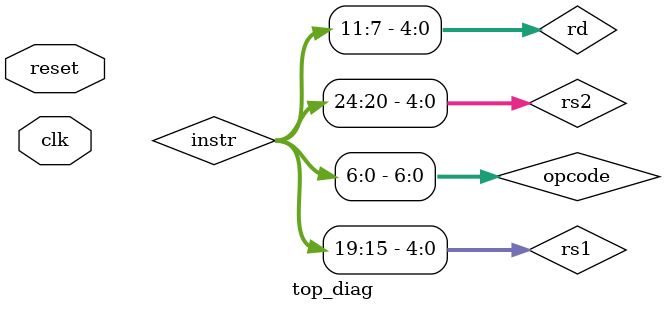
<source format=sv>
module top_diag(
    input logic clk,
    input logic reset
);
    logic Pc_src;
    logic mem_write;
    logic [31:0] pc_next;
    logic [31:0] instr;
    logic [31:0] mem_data;
    logic [31:0] alu_result;
    logic [31:0] reg_data_2;

    logic [31:0] pc;
    always_ff @(posedge clk or posedge reset) begin
        if (reset) begin
            pc <= 0;

        end else 
            if (Pc_src)
                pc <= alu_result;
            else 
                pc <= pc + 4;
            
    end

    i_rom instruction_rom (
        .address(pc[9:2]),  // bits [9:2] para direccionar 256 palabras
        .data(instr)
    );

    assign pc_next = pc;


    logic flags;
    logic alu_result_src;
    

    logic [31:0] imm_ext;

    logic [6:0] opcode;
    assign opcode = instr[6:0];
    
    logic [11:7] rd;
    assign rd = instr[11:7];

    
    logic [2:0] funct3;
    assign funct3 = instr[14:12];

    logic [4:0] rs1,rs2;
    assign rs1 = instr[19:15];
    assign rs2 = instr[24:20];

    logic [6:0] funct7;
    assign funct7 = instr[31:25];


    
    logic [1:0] alu_src;
    logic reg_write;
    logic [1:0] alu_control;

    
    logic result_src;


    logic [31:0] reg_data_1;


    comp comparer (
        .r1(reg_data_1),
        .r2(reg_data_2),
        .eq(flags)
    );


    
    // Unidad de control
    controler control (
    .flags(flags),
    .opcode(opcode),
    .funct3(funct3),
    .funct7(funct7),
    .alu_src(alu_src),
    .reg_write(reg_write),
    .alu_control(alu_control),
    .mem_write(mem_write),
    .result_src(result_src),
    .alu_result_src(alu_result_src),
    .pc_src(Pc_src)
    );


    // Extensor de inmediato
    sign_extender sign_ext (
        .instr(instr),
        .imm_ext(imm_ext)
    );
    

    
    logic [31:0] alu_src_a, alu_src_b;

    assign alu_src_b = alu_src[0] ? imm_ext : reg_data_2;
    assign alu_src_a = alu_src[1] ? pc_next : reg_data_1 ;

    // ALU
    alu alu_unit (
        .a(alu_src_a),
        .b(alu_src_b),
        .alu_control(alu_control),  
        .alu_result(alu_result)
    );

    
    logic [31:0] ieu_result;

    always_comb begin
        if (alu_result_src)
            ieu_result = pc_next ;
        else
            ieu_result = alu_result;
    end


    logic [31:0] result;
    assign result = result_src ? mem_data : ieu_result;
    
    // Banco de registros
    register_file reg_file (
        .clk(clk),
        .we(reg_write),
        .ra1(rs1),
        .ra2(rs2),
        .wa(rd),
        .wd(result),  // En este diseño simple, siempre escribimos el resultado de la ALU
        .rd1(reg_data_1),
        .rd2(reg_data_2)
    );

    memory mem(
        .clk(clk),
        .we(mem_write),
        .addr(alu_result[9:2]), 
        .wd(reg_data_2),
        .rd(mem_data)
    );
    
    
endmodule
</source>
